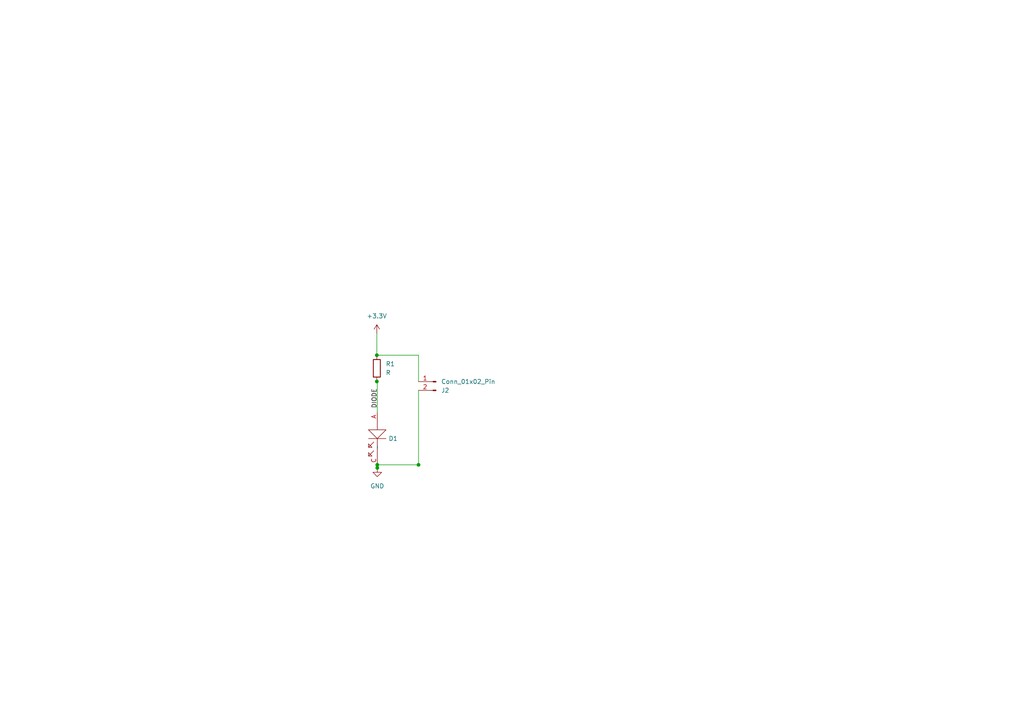
<source format=kicad_sch>
(kicad_sch (version 20230121) (generator eeschema)
  (paper "A4")
  (lib_symbols
    (symbol "Connector:Conn_01x02_Pin" (pin_names (offset 1.016) hide)
      (property "Reference" "J" (at 0 2.54 0))
      (property "Value" "Conn_01x02_Pin" (at 0 -5.08 0))
      (symbol "Conn_01x02_Pin_1_1"
        (polyline (pts (xy 1.27 -2.54) (xy 0.8636 -2.54)) (stroke (width 0.1524)))
        (polyline (pts (xy 1.27 0) (xy 0.8636 0)) (stroke (width 0.1524)))
        (rectangle (start 0.8636 -2.413) (end 0 -2.667) (stroke (width 0.1524)) (fill (type outline)))
        (rectangle (start 0.8636 0.127) (end 0 -0.127) (stroke (width 0.1524)) (fill (type outline)))
        (pin passive line (at 5.08 0 180) (length 3.81) (name "Pin_1") (number "1"))
        (pin passive line (at 5.08 -2.54 180) (length 3.81) (name "Pin_2") (number "2"))
      )
    )
    (symbol "Device:R" (pin_numbers hide) (pin_names (offset 0))
      (property "Reference" "R" (at 2.032 0 90))
      (property "Value" "R" (at 0 0 90))
      (symbol "R_0_1"
        (rectangle (start -1.016 -2.54) (end 1.016 2.54) (stroke (width 0.254)))
      )
      (symbol "R_1_1"
        (pin passive line (at 0 3.81 270) (length 1.27) (name "~") (number "1"))
        (pin passive line (at 0 -3.81 90) (length 1.27) (name "~") (number "2"))
      )
    )
    (symbol "MySCHlib:LED" (pin_names (offset 40) hide)
      (property "Reference" "D" (at 0 4.064 0))
      (symbol "LED_0_1"
        (polyline (pts (xy 5.08 0) (xy 7.62 0) (xy 7.874 0)))
        (polyline (pts (xy -2.54 0) (xy 2.54 0) (xy 2.54 2.54) (xy 2.54 -2.54)))
        (polyline (pts (xy 5.08 2.54) (xy 5.08 -2.54) (xy 2.54 0) (xy 5.08 2.54)))
        (polyline (pts (xy -2.54 2.54) (xy -1.524 2.54) (xy -2.54 1.524) (xy -2.54 2.54) (xy -1.016 1.016)))
        (polyline (pts (xy 0 2.54) (xy 1.016 2.54) (xy 0 1.524) (xy 0 2.54) (xy 1.524 1.016)))
      )
      (symbol "LED_1_1"
        (pin passive line (at 10.16 0 180) (length 2.54) (name "Anode") (number "A"))
        (pin passive line (at -5.08 0 0) (length 2.54) (name "Cathode") (number "C"))
      )
    )
    (symbol "power:+3.3V" (power) (pin_names (offset 0))
      (property "Value" "+3.3V" (at 0 3.556 0))
      (symbol "+3.3V_0_1"
        (polyline (pts (xy -0.762 1.27) (xy 0 2.54)))
        (polyline (pts (xy 0 0) (xy 0 2.54)))
        (polyline (pts (xy 0 2.54) (xy 0.762 1.27)))
      )
      (symbol "+3.3V_1_1"
        (pin power_in line (at 0 0 90) (length 0) hide (name "+3.3V") (number "1"))
      )
    )
    (symbol "power:GND" (power) (pin_names (offset 0))
      (property "Value" "GND" (at 0 -3.81 0))
      (symbol "GND_0_1"
        (polyline (pts (xy 0 0) (xy 0 -1.27) (xy 1.27 -1.27) (xy 0 -2.54) (xy -1.27 -1.27) (xy 0 -1.27)))
      )
      (symbol "GND_1_1"
        (pin power_in line (at 0 0 270) (length 0) hide (name "GND") (number "1"))
      )
    )
  )
  (junction (at 109.2962 110.6424))
  (junction (at 109.4232 135.7122))
  (junction (at 121.3866 134.8232))
  (junction (at 109.2962 103.0224))
  (junction (at 109.4232 134.8232))
  (wire (pts (xy 109.4232 135.7122) (xy 109.4232 135.7376)))
  (wire (pts (xy 109.4232 134.8232) (xy 121.3866 134.8232)))
  (wire (pts (xy 109.2962 103.0224) (xy 121.3866 103.0224)))
  (wire (pts (xy 109.4232 134.8232) (xy 109.4232 135.7122)))
  (wire (pts (xy 109.4232 110.5408) (xy 109.3978 110.5408)))
  (wire (pts (xy 109.2962 110.617) (xy 109.2962 110.6424)))
  (wire (pts (xy 109.2962 96.7232) (xy 109.2962 103.0224)))
  (wire (pts (xy 109.2962 103.0224) (xy 109.2962 103.0478)))
  (wire (pts (xy 109.3978 110.6424) (xy 109.2962 110.6424)))
  (wire (pts (xy 109.4232 110.5408) (xy 109.4232 119.5832)))
  (wire (pts (xy 109.3978 110.5408) (xy 109.3978 110.6424)))
  (wire (pts (xy 121.3866 134.8486) (xy 121.3866 134.8232)))
  (wire (pts (xy 121.3866 134.8232) (xy 121.3866 113.2332)))
  (wire (pts (xy 121.3866 103.0224) (xy 121.3866 110.6932)))
  (label "DIODE" (at 109.6264 118.4148 90))
  (symbol (lib_id "power:GND") (at 109.4232 135.7122 0) (unit 1)
    (property "Reference" "#PWR02" (effects hide))
    (property "Value" "GND" (at 109.4232 140.97 0))
  )
  (symbol (lib_id "Device:R") (at 109.2962 106.8324 0) (unit 1)
    (property "Reference" "R1" (at 111.8616 105.5624 0) (effects (justify left)))
    (property "Value" "R" (at 111.8616 108.1024 0) (effects (justify left)))
    (property "Footprint" "Resistor_SMD:R_0805_2012Metric" (effects hide))
  )
  (symbol (lib_id "MySCHlib:LED") (at 109.4232 129.7432 90) (unit 1)
    (property "Reference" "D1" (at 112.6744 127.2032 90) (effects (justify right)))
    (property "Value" "~" (at 109.4232 129.7432 0))
    (property "Footprint" "MyPCBlib:LED0603" (effects hide))
  )
  (symbol (lib_id "power:+3.3V") (at 109.2962 96.7232 0) (unit 1)
    (property "Reference" "#PWR01" (effects hide))
    (property "Value" "+3.3V" (at 109.2962 91.6686 0))
  )
  (symbol (lib_id "Connector:Conn_01x02_Pin") (at 126.4666 110.6932 0) (mirror y) (unit 1)
    (property "Reference" "J2" (at 127.9398 113.2332 0) (effects (justify right)))
    (property "Value" "Conn_01x02_Pin" (at 127.9398 110.6932 0) (effects (justify right)))
    (property "Footprint" "Connector_Molex:Molex_KK-254_AE-6410-02A_1x02_P2.54mm_Vertical" (effects hide))
  )
)
</source>
